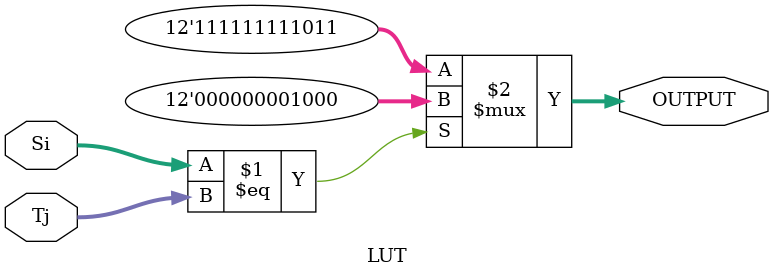
<source format=v>

module LUT(OUTPUT, Si, Tj);
    input  [1:0] Si, Tj;
    output signed [11:0] OUTPUT;
    assign OUTPUT = (Si == Tj) ? 12'sd8 : -12'sd5;
endmodule
</source>
